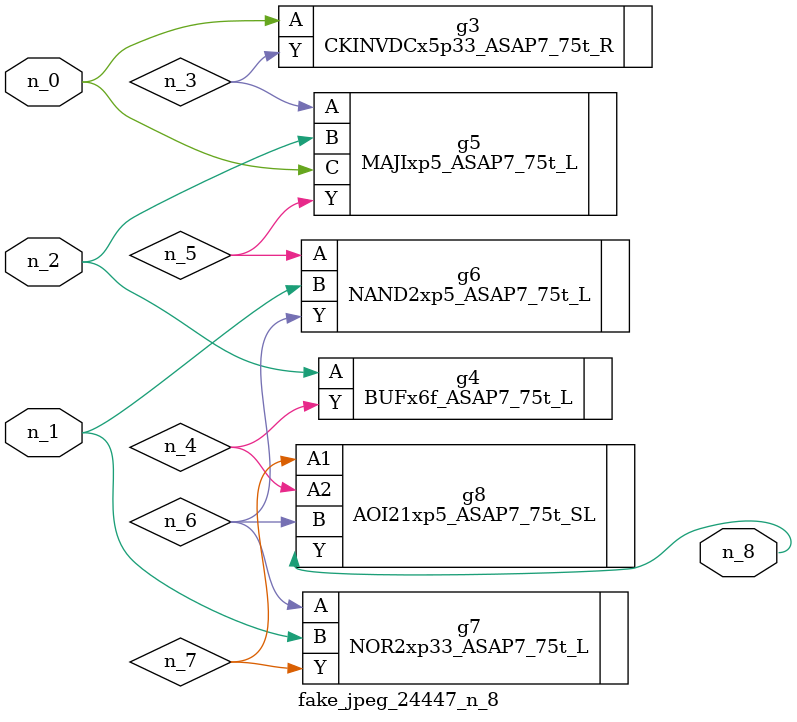
<source format=v>
module fake_jpeg_24447_n_8 (n_0, n_2, n_1, n_8);

input n_0;
input n_2;
input n_1;

output n_8;

wire n_3;
wire n_4;
wire n_6;
wire n_5;
wire n_7;

CKINVDCx5p33_ASAP7_75t_R g3 ( 
.A(n_0),
.Y(n_3)
);

BUFx6f_ASAP7_75t_L g4 ( 
.A(n_2),
.Y(n_4)
);

MAJIxp5_ASAP7_75t_L g5 ( 
.A(n_3),
.B(n_2),
.C(n_0),
.Y(n_5)
);

NAND2xp5_ASAP7_75t_L g6 ( 
.A(n_5),
.B(n_1),
.Y(n_6)
);

NOR2xp33_ASAP7_75t_L g7 ( 
.A(n_6),
.B(n_1),
.Y(n_7)
);

AOI21xp5_ASAP7_75t_SL g8 ( 
.A1(n_7),
.A2(n_4),
.B(n_6),
.Y(n_8)
);


endmodule
</source>
